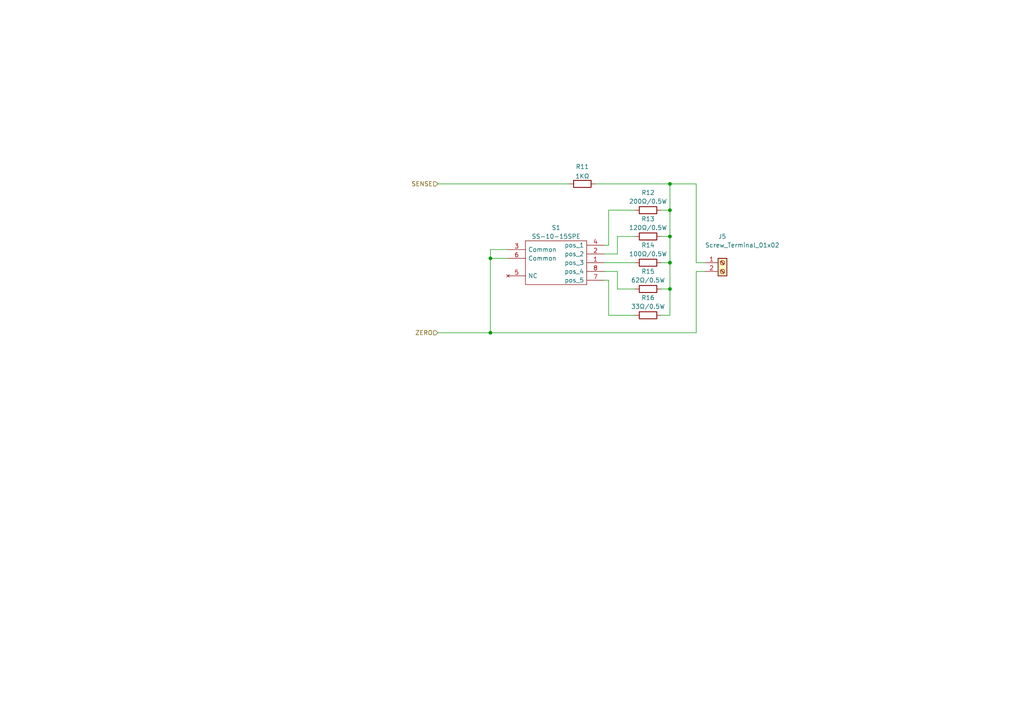
<source format=kicad_sch>
(kicad_sch (version 20211123) (generator eeschema)

  (uuid 5e1daee9-380b-4500-8f74-fe8561ac59c7)

  (paper "A4")

  (lib_symbols
    (symbol "Connector:Screw_Terminal_01x02" (pin_names (offset 1.016) hide) (in_bom yes) (on_board yes)
      (property "Reference" "J" (id 0) (at 0 2.54 0)
        (effects (font (size 1.27 1.27)))
      )
      (property "Value" "Screw_Terminal_01x02" (id 1) (at 0 -5.08 0)
        (effects (font (size 1.27 1.27)))
      )
      (property "Footprint" "" (id 2) (at 0 0 0)
        (effects (font (size 1.27 1.27)) hide)
      )
      (property "Datasheet" "~" (id 3) (at 0 0 0)
        (effects (font (size 1.27 1.27)) hide)
      )
      (property "ki_keywords" "screw terminal" (id 4) (at 0 0 0)
        (effects (font (size 1.27 1.27)) hide)
      )
      (property "ki_description" "Generic screw terminal, single row, 01x02, script generated (kicad-library-utils/schlib/autogen/connector/)" (id 5) (at 0 0 0)
        (effects (font (size 1.27 1.27)) hide)
      )
      (property "ki_fp_filters" "TerminalBlock*:*" (id 6) (at 0 0 0)
        (effects (font (size 1.27 1.27)) hide)
      )
      (symbol "Screw_Terminal_01x02_1_1"
        (rectangle (start -1.27 1.27) (end 1.27 -3.81)
          (stroke (width 0.254) (type default) (color 0 0 0 0))
          (fill (type background))
        )
        (circle (center 0 -2.54) (radius 0.635)
          (stroke (width 0.1524) (type default) (color 0 0 0 0))
          (fill (type none))
        )
        (polyline
          (pts
            (xy -0.5334 -2.2098)
            (xy 0.3302 -3.048)
          )
          (stroke (width 0.1524) (type default) (color 0 0 0 0))
          (fill (type none))
        )
        (polyline
          (pts
            (xy -0.5334 0.3302)
            (xy 0.3302 -0.508)
          )
          (stroke (width 0.1524) (type default) (color 0 0 0 0))
          (fill (type none))
        )
        (polyline
          (pts
            (xy -0.3556 -2.032)
            (xy 0.508 -2.8702)
          )
          (stroke (width 0.1524) (type default) (color 0 0 0 0))
          (fill (type none))
        )
        (polyline
          (pts
            (xy -0.3556 0.508)
            (xy 0.508 -0.3302)
          )
          (stroke (width 0.1524) (type default) (color 0 0 0 0))
          (fill (type none))
        )
        (circle (center 0 0) (radius 0.635)
          (stroke (width 0.1524) (type default) (color 0 0 0 0))
          (fill (type none))
        )
        (pin passive line (at -5.08 0 0) (length 3.81)
          (name "Pin_1" (effects (font (size 1.27 1.27))))
          (number "1" (effects (font (size 1.27 1.27))))
        )
        (pin passive line (at -5.08 -2.54 0) (length 3.81)
          (name "Pin_2" (effects (font (size 1.27 1.27))))
          (number "2" (effects (font (size 1.27 1.27))))
        )
      )
    )
    (symbol "Device:R" (pin_numbers hide) (pin_names (offset 0)) (in_bom yes) (on_board yes)
      (property "Reference" "R" (id 0) (at 2.032 0 90)
        (effects (font (size 1.27 1.27)))
      )
      (property "Value" "R" (id 1) (at 0 0 90)
        (effects (font (size 1.27 1.27)))
      )
      (property "Footprint" "" (id 2) (at -1.778 0 90)
        (effects (font (size 1.27 1.27)) hide)
      )
      (property "Datasheet" "~" (id 3) (at 0 0 0)
        (effects (font (size 1.27 1.27)) hide)
      )
      (property "ki_keywords" "R res resistor" (id 4) (at 0 0 0)
        (effects (font (size 1.27 1.27)) hide)
      )
      (property "ki_description" "Resistor" (id 5) (at 0 0 0)
        (effects (font (size 1.27 1.27)) hide)
      )
      (property "ki_fp_filters" "R_*" (id 6) (at 0 0 0)
        (effects (font (size 1.27 1.27)) hide)
      )
      (symbol "R_0_1"
        (rectangle (start -1.016 -2.54) (end 1.016 2.54)
          (stroke (width 0.254) (type default) (color 0 0 0 0))
          (fill (type none))
        )
      )
      (symbol "R_1_1"
        (pin passive line (at 0 3.81 270) (length 1.27)
          (name "~" (effects (font (size 1.27 1.27))))
          (number "1" (effects (font (size 1.27 1.27))))
        )
        (pin passive line (at 0 -3.81 90) (length 1.27)
          (name "~" (effects (font (size 1.27 1.27))))
          (number "2" (effects (font (size 1.27 1.27))))
        )
      )
    )
    (symbol "mylife-symbols:SS-10-15SPE" (pin_names (offset 0.762)) (in_bom yes) (on_board yes)
      (property "Reference" "S" (id 0) (at -1.27 10.16 0)
        (effects (font (size 1.27 1.27)) (justify left))
      )
      (property "Value" "SS-10-15SPE" (id 1) (at -6.35 7.62 0)
        (effects (font (size 1.27 1.27)) (justify left))
      )
      (property "Footprint" "SS1015SPE" (id 2) (at 24.13 2.54 0)
        (effects (font (size 1.27 1.27)) (justify left) hide)
      )
      (property "Datasheet" "https://www.nidec-copal-electronics.com/e/catalog/switch/ss-10&s-2050.pdf" (id 3) (at 24.13 0 0)
        (effects (font (size 1.27 1.27)) (justify left) hide)
      )
      (property "Description" "NIDEC COPAL ELECTRONICS - SS-10-15SPE - ROTARY SWITCH, SP5T, 0.1A, 5VDC, TH" (id 4) (at 24.13 -2.54 0)
        (effects (font (size 1.27 1.27)) (justify left) hide)
      )
      (property "Height" "7" (id 5) (at 24.13 -5.08 0)
        (effects (font (size 1.27 1.27)) (justify left) hide)
      )
      (property "Manufacturer_Name" "Copal Electronics" (id 6) (at 24.13 -7.62 0)
        (effects (font (size 1.27 1.27)) (justify left) hide)
      )
      (property "Manufacturer_Part_Number" "SS-10-15SPE" (id 7) (at 24.13 -10.16 0)
        (effects (font (size 1.27 1.27)) (justify left) hide)
      )
      (property "Mouser Part Number" "" (id 8) (at 24.13 -12.7 0)
        (effects (font (size 1.27 1.27)) (justify left) hide)
      )
      (property "Mouser Price/Stock" "" (id 9) (at 24.13 -15.24 0)
        (effects (font (size 1.27 1.27)) (justify left) hide)
      )
      (property "Arrow Part Number" "" (id 10) (at 24.13 -17.78 0)
        (effects (font (size 1.27 1.27)) (justify left) hide)
      )
      (property "Arrow Price/Stock" "" (id 11) (at 24.13 -20.32 0)
        (effects (font (size 1.27 1.27)) (justify left) hide)
      )
      (property "Mouser Testing Part Number" "" (id 12) (at 24.13 -22.86 0)
        (effects (font (size 1.27 1.27)) (justify left) hide)
      )
      (property "Mouser Testing Price/Stock" "" (id 13) (at 24.13 -25.4 0)
        (effects (font (size 1.27 1.27)) (justify left) hide)
      )
      (property "ki_description" "NIDEC COPAL ELECTRONICS - SS-10-15SPE - ROTARY SWITCH, SP5T, 0.1A, 5VDC, TH" (id 14) (at 0 0 0)
        (effects (font (size 1.27 1.27)) hide)
      )
      (symbol "SS-10-15SPE_0_0"
        (pin passive line (at 13.97 0 180) (length 5.08)
          (name "pos_3" (effects (font (size 1.27 1.27))))
          (number "1" (effects (font (size 1.27 1.27))))
        )
        (pin passive line (at 13.97 2.54 180) (length 5.08)
          (name "pos_2" (effects (font (size 1.27 1.27))))
          (number "2" (effects (font (size 1.27 1.27))))
        )
        (pin passive line (at -13.97 3.81 0) (length 5.08)
          (name "Common" (effects (font (size 1.27 1.27))))
          (number "3" (effects (font (size 1.27 1.27))))
        )
        (pin passive line (at 13.97 5.08 180) (length 5.08)
          (name "pos_1" (effects (font (size 1.27 1.27))))
          (number "4" (effects (font (size 1.27 1.27))))
        )
        (pin no_connect line (at -13.97 -3.81 0) (length 5.08)
          (name "NC" (effects (font (size 1.27 1.27))))
          (number "5" (effects (font (size 1.27 1.27))))
        )
        (pin passive line (at -13.97 1.27 0) (length 5.08)
          (name "Common" (effects (font (size 1.27 1.27))))
          (number "6" (effects (font (size 1.27 1.27))))
        )
        (pin passive line (at 13.97 -5.08 180) (length 5.08)
          (name "pos_5" (effects (font (size 1.27 1.27))))
          (number "7" (effects (font (size 1.27 1.27))))
        )
        (pin passive line (at 13.97 -2.54 180) (length 5.08)
          (name "pos_4" (effects (font (size 1.27 1.27))))
          (number "8" (effects (font (size 1.27 1.27))))
        )
      )
      (symbol "SS-10-15SPE_0_1"
        (polyline
          (pts
            (xy -8.89 6.35)
            (xy 8.89 6.35)
            (xy 8.89 -6.35)
            (xy -8.89 -6.35)
            (xy -8.89 6.35)
          )
          (stroke (width 0.1524) (type default) (color 0 0 0 0))
          (fill (type none))
        )
      )
    )
  )

  (junction (at 194.31 83.82) (diameter 0) (color 0 0 0 0)
    (uuid 0989f55e-b4dd-4c23-8ff7-032f3f3eac37)
  )
  (junction (at 194.31 68.58) (diameter 0) (color 0 0 0 0)
    (uuid 273fbfbc-d959-4125-b84c-dc2e74c0df7a)
  )
  (junction (at 194.31 53.34) (diameter 0) (color 0 0 0 0)
    (uuid 332b5faf-85b3-4076-9b11-4100c43e37a6)
  )
  (junction (at 194.31 76.2) (diameter 0) (color 0 0 0 0)
    (uuid 46faa16a-216b-4d79-9636-56b41b9e75df)
  )
  (junction (at 142.24 74.93) (diameter 0) (color 0 0 0 0)
    (uuid 66072683-8e7d-4248-b258-49c75d4b9566)
  )
  (junction (at 142.24 96.52) (diameter 0) (color 0 0 0 0)
    (uuid 879e9eb9-0b7f-426d-a3f6-b2fd1e53757f)
  )
  (junction (at 194.31 60.96) (diameter 0) (color 0 0 0 0)
    (uuid f0191684-3071-45b5-afc3-017821447ef4)
  )

  (wire (pts (xy 191.77 76.2) (xy 194.31 76.2))
    (stroke (width 0) (type default) (color 0 0 0 0))
    (uuid 00ad9c4b-4921-40e1-9621-313ba3867a75)
  )
  (wire (pts (xy 179.07 78.74) (xy 179.07 83.82))
    (stroke (width 0) (type default) (color 0 0 0 0))
    (uuid 09c3ad5f-e3a9-45bb-9b93-d2bfc92fac0b)
  )
  (wire (pts (xy 204.47 76.2) (xy 201.93 76.2))
    (stroke (width 0) (type default) (color 0 0 0 0))
    (uuid 0b553105-284a-4dae-a236-df3dae01a0cb)
  )
  (wire (pts (xy 176.53 60.96) (xy 176.53 71.12))
    (stroke (width 0) (type default) (color 0 0 0 0))
    (uuid 0ef53a09-c876-4e6c-9987-632ebfe5d765)
  )
  (wire (pts (xy 184.15 68.58) (xy 179.07 68.58))
    (stroke (width 0) (type default) (color 0 0 0 0))
    (uuid 10d937f3-e7b2-4ddd-a9d2-30abbc406b2f)
  )
  (wire (pts (xy 175.26 73.66) (xy 179.07 73.66))
    (stroke (width 0) (type default) (color 0 0 0 0))
    (uuid 23b5c077-f01b-4048-943d-f0b04d8cbe21)
  )
  (wire (pts (xy 184.15 60.96) (xy 176.53 60.96))
    (stroke (width 0) (type default) (color 0 0 0 0))
    (uuid 2fafdffe-5df2-4b1f-bc94-b0eb43f50e06)
  )
  (wire (pts (xy 194.31 91.44) (xy 194.31 83.82))
    (stroke (width 0) (type default) (color 0 0 0 0))
    (uuid 359d97a3-f9b3-4def-88cc-d67cc3d2485c)
  )
  (wire (pts (xy 194.31 76.2) (xy 194.31 83.82))
    (stroke (width 0) (type default) (color 0 0 0 0))
    (uuid 40b299bf-fc0c-44f5-981a-21fe5516c846)
  )
  (wire (pts (xy 191.77 91.44) (xy 194.31 91.44))
    (stroke (width 0) (type default) (color 0 0 0 0))
    (uuid 49d13dc3-d345-4134-8951-74370d467a49)
  )
  (wire (pts (xy 175.26 76.2) (xy 184.15 76.2))
    (stroke (width 0) (type default) (color 0 0 0 0))
    (uuid 4e818f6a-746c-4164-84a7-d2f26b384728)
  )
  (wire (pts (xy 194.31 53.34) (xy 194.31 60.96))
    (stroke (width 0) (type default) (color 0 0 0 0))
    (uuid 5713c771-d4d0-408c-a24c-2204ee4060ec)
  )
  (wire (pts (xy 176.53 91.44) (xy 184.15 91.44))
    (stroke (width 0) (type default) (color 0 0 0 0))
    (uuid 68f6b0a9-1e39-4302-ae1a-7a0483f16c5d)
  )
  (wire (pts (xy 179.07 68.58) (xy 179.07 73.66))
    (stroke (width 0) (type default) (color 0 0 0 0))
    (uuid 6c1393e7-cff5-4bc1-8d64-0c0ca69ee5ac)
  )
  (wire (pts (xy 142.24 74.93) (xy 142.24 96.52))
    (stroke (width 0) (type default) (color 0 0 0 0))
    (uuid 71152683-2198-46ee-ad9b-a2925c40cde7)
  )
  (wire (pts (xy 176.53 81.28) (xy 176.53 91.44))
    (stroke (width 0) (type default) (color 0 0 0 0))
    (uuid 74ae053b-686f-4577-8755-73a77e1b559a)
  )
  (wire (pts (xy 191.77 60.96) (xy 194.31 60.96))
    (stroke (width 0) (type default) (color 0 0 0 0))
    (uuid 7c54dde3-e2bc-413b-89ad-24ffb376614c)
  )
  (wire (pts (xy 194.31 83.82) (xy 191.77 83.82))
    (stroke (width 0) (type default) (color 0 0 0 0))
    (uuid 8160abaf-252c-4dd3-910c-34fe91c04bb0)
  )
  (wire (pts (xy 127 53.34) (xy 165.1 53.34))
    (stroke (width 0) (type default) (color 0 0 0 0))
    (uuid 91088751-0869-4160-98e1-d3f1a74285f1)
  )
  (wire (pts (xy 179.07 83.82) (xy 184.15 83.82))
    (stroke (width 0) (type default) (color 0 0 0 0))
    (uuid 99609e83-e952-4e93-a0af-afca72e1d9e3)
  )
  (wire (pts (xy 194.31 68.58) (xy 194.31 76.2))
    (stroke (width 0) (type default) (color 0 0 0 0))
    (uuid 9bc8dade-e658-4645-aa1d-714af1611bc9)
  )
  (wire (pts (xy 191.77 68.58) (xy 194.31 68.58))
    (stroke (width 0) (type default) (color 0 0 0 0))
    (uuid 9bf1ef6c-0fd2-45b3-a4b1-2e4afe129053)
  )
  (wire (pts (xy 204.47 78.74) (xy 201.93 78.74))
    (stroke (width 0) (type default) (color 0 0 0 0))
    (uuid a2da85cc-2c2e-4956-bb1e-1204b49afb6a)
  )
  (wire (pts (xy 142.24 72.39) (xy 142.24 74.93))
    (stroke (width 0) (type default) (color 0 0 0 0))
    (uuid a7236e94-0329-42b9-be93-82672d7507cb)
  )
  (wire (pts (xy 201.93 76.2) (xy 201.93 53.34))
    (stroke (width 0) (type default) (color 0 0 0 0))
    (uuid b06aaf12-f171-48c8-b0e2-f23001d9e22c)
  )
  (wire (pts (xy 175.26 81.28) (xy 176.53 81.28))
    (stroke (width 0) (type default) (color 0 0 0 0))
    (uuid b32face3-6a09-493e-a59d-ec6310cc7169)
  )
  (wire (pts (xy 175.26 71.12) (xy 176.53 71.12))
    (stroke (width 0) (type default) (color 0 0 0 0))
    (uuid b7875607-330a-4f81-b3d9-96178391cbbc)
  )
  (wire (pts (xy 142.24 72.39) (xy 147.32 72.39))
    (stroke (width 0) (type default) (color 0 0 0 0))
    (uuid b88621ad-382e-46af-8fbb-2174867d01b4)
  )
  (wire (pts (xy 142.24 96.52) (xy 201.93 96.52))
    (stroke (width 0) (type default) (color 0 0 0 0))
    (uuid bbb57f15-20ad-4b3f-8445-d6885eae2819)
  )
  (wire (pts (xy 194.31 53.34) (xy 201.93 53.34))
    (stroke (width 0) (type default) (color 0 0 0 0))
    (uuid bc70da47-93c0-4fc8-8bae-c9f40b3332f2)
  )
  (wire (pts (xy 201.93 78.74) (xy 201.93 96.52))
    (stroke (width 0) (type default) (color 0 0 0 0))
    (uuid c91adfa3-59db-41ae-8031-c0a1457a6482)
  )
  (wire (pts (xy 142.24 74.93) (xy 147.32 74.93))
    (stroke (width 0) (type default) (color 0 0 0 0))
    (uuid edb52c05-47c9-45da-9304-e2c203268f0f)
  )
  (wire (pts (xy 172.72 53.34) (xy 194.31 53.34))
    (stroke (width 0) (type default) (color 0 0 0 0))
    (uuid f3da946c-8ca1-4058-b4d3-0e755c03830d)
  )
  (wire (pts (xy 175.26 78.74) (xy 179.07 78.74))
    (stroke (width 0) (type default) (color 0 0 0 0))
    (uuid f940d149-805b-4c11-a47d-297f93b3bf1b)
  )
  (wire (pts (xy 194.31 60.96) (xy 194.31 68.58))
    (stroke (width 0) (type default) (color 0 0 0 0))
    (uuid fdcec003-ded1-4ce5-a867-c92acd65c664)
  )
  (wire (pts (xy 127 96.52) (xy 142.24 96.52))
    (stroke (width 0) (type default) (color 0 0 0 0))
    (uuid ff6221e4-9669-4007-b69d-3861d7d6cdf6)
  )

  (hierarchical_label "ZERO" (shape input) (at 127 96.52 180)
    (effects (font (size 1.27 1.27)) (justify right))
    (uuid 42a939cf-50d8-4288-84b4-65e32aa0027d)
  )
  (hierarchical_label "SENSE" (shape input) (at 127 53.34 180)
    (effects (font (size 1.27 1.27)) (justify right))
    (uuid f3f606c4-fb4e-4e75-8caf-347eaaa3f5c3)
  )

  (symbol (lib_id "Device:R") (at 187.96 68.58 270)
    (in_bom yes) (on_board yes)
    (uuid 23aa9981-8f7c-41cd-bff0-2c4916f0c5d6)
    (property "Reference" "R13" (id 0) (at 187.96 63.5 90))
    (property "Value" "120Ω/0.5W" (id 1) (at 187.96 66.04 90))
    (property "Footprint" "Resistor_SMD:R_0805_2012Metric" (id 2) (at 187.96 66.802 90)
      (effects (font (size 1.27 1.27)) hide)
    )
    (property "Datasheet" "https://datasheet.lcsc.com/lcsc/2005182016_PANASONIC-ERJP06F1200V_C543533.pdf" (id 3) (at 187.96 68.58 0)
      (effects (font (size 1.27 1.27)) hide)
    )
    (property "LCSC" "C543533" (id 4) (at 187.96 68.58 0)
      (effects (font (size 1.27 1.27)) hide)
    )
    (pin "1" (uuid 538f6011-4342-45ce-a303-25ec826ff7d3))
    (pin "2" (uuid 2b02489e-f184-4bbf-b000-4452b895cd9d))
  )

  (symbol (lib_id "Device:R") (at 187.96 83.82 270)
    (in_bom yes) (on_board yes)
    (uuid 24571be1-1cbd-4184-93fe-0f444cacea69)
    (property "Reference" "R15" (id 0) (at 187.96 78.74 90))
    (property "Value" "62Ω/0.5W" (id 1) (at 187.96 81.28 90))
    (property "Footprint" "Resistor_SMD:R_0805_2012Metric" (id 2) (at 187.96 82.042 90)
      (effects (font (size 1.27 1.27)) hide)
    )
    (property "Datasheet" "https://datasheet.lcsc.com/lcsc/2007231205_UNI-ROYAL-Uniroyal-Elec-AS05W2J0620T5E_C560547.pdf" (id 3) (at 187.96 83.82 0)
      (effects (font (size 1.27 1.27)) hide)
    )
    (property "LCSC" "C560547" (id 4) (at 187.96 83.82 0)
      (effects (font (size 1.27 1.27)) hide)
    )
    (pin "1" (uuid f43b072f-c70c-4e06-bdaa-4ecff48779b6))
    (pin "2" (uuid 56b303fe-80ed-4d76-9871-6884b9d7d496))
  )

  (symbol (lib_id "Device:R") (at 168.91 53.34 90)
    (in_bom yes) (on_board yes) (fields_autoplaced)
    (uuid 62d78ce3-70af-465b-96ea-c9c3bb91f9a9)
    (property "Reference" "R11" (id 0) (at 168.91 48.3575 90))
    (property "Value" "1KΩ" (id 1) (at 168.91 51.1326 90))
    (property "Footprint" "Resistor_SMD:R_0603_1608Metric" (id 2) (at 168.91 55.118 90)
      (effects (font (size 1.27 1.27)) hide)
    )
    (property "Datasheet" "https://datasheet.lcsc.com/lcsc/2206010130_UNI-ROYAL-Uniroyal-Elec-0603WAF1001T5E_C21190.pdf" (id 3) (at 168.91 53.34 0)
      (effects (font (size 1.27 1.27)) hide)
    )
    (property "LCSC" "C21190" (id 4) (at 168.91 53.34 0)
      (effects (font (size 1.27 1.27)) hide)
    )
    (pin "1" (uuid ed232167-65af-42c1-875a-a044220735e5))
    (pin "2" (uuid 908dfb39-b10c-4894-9eef-eb71df06f0fe))
  )

  (symbol (lib_id "Connector:Screw_Terminal_01x02") (at 209.55 76.2 0)
    (in_bom yes) (on_board yes)
    (uuid 73f404dd-57e9-4ab3-9c4f-c92cfa5981fb)
    (property "Reference" "J5" (id 0) (at 208.28 68.58 0)
      (effects (font (size 1.27 1.27)) (justify left))
    )
    (property "Value" "Screw_Terminal_01x02" (id 1) (at 204.47 71.12 0)
      (effects (font (size 1.27 1.27)) (justify left))
    )
    (property "Footprint" "mylife-footprints:RS PRO Terminal Small x2" (id 2) (at 209.55 76.2 0)
      (effects (font (size 1.27 1.27)) hide)
    )
    (property "Datasheet" "https://docs.rs-online.com/90f4/0900766b8157c7e9.pdf" (id 3) (at 209.55 76.2 0)
      (effects (font (size 1.27 1.27)) hide)
    )
    (pin "1" (uuid a10058ce-d010-486e-8510-4c9519994281))
    (pin "2" (uuid 87d7b57e-35bc-400d-8c1b-47a03bf83b27))
  )

  (symbol (lib_id "Device:R") (at 187.96 60.96 270)
    (in_bom yes) (on_board yes)
    (uuid a7017744-e9d6-433d-9485-7b87c45b1333)
    (property "Reference" "R12" (id 0) (at 187.96 55.88 90))
    (property "Value" "200Ω/0.5W" (id 1) (at 187.96 58.42 90))
    (property "Footprint" "Resistor_SMD:R_0805_2012Metric" (id 2) (at 187.96 59.182 90)
      (effects (font (size 1.27 1.27)) hide)
    )
    (property "Datasheet" "https://datasheet.lcsc.com/lcsc/2007231205_UNI-ROYAL-Uniroyal-Elec-AS05W2J0201T5E_C560506.pdf" (id 3) (at 187.96 60.96 0)
      (effects (font (size 1.27 1.27)) hide)
    )
    (property "LCSC" "C560506" (id 4) (at 187.96 60.96 0)
      (effects (font (size 1.27 1.27)) hide)
    )
    (pin "1" (uuid 20257aac-da99-490d-86fe-e63b41651d89))
    (pin "2" (uuid 070a293a-457a-4c00-a5d7-abac0ed55bd4))
  )

  (symbol (lib_id "mylife-symbols:SS-10-15SPE") (at 161.29 76.2 0)
    (in_bom yes) (on_board yes)
    (uuid acb1c056-072a-408a-bb22-d9eadd732c4c)
    (property "Reference" "S1" (id 0) (at 161.29 66.04 0))
    (property "Value" "SS-10-15SPE" (id 1) (at 161.29 68.58 0))
    (property "Footprint" "mylife-footprints:RS PRO SS-10-15SPE" (id 2) (at 185.42 73.66 0)
      (effects (font (size 1.27 1.27)) (justify left) hide)
    )
    (property "Datasheet" "https://www.nidec-copal-electronics.com/e/catalog/switch/ss-10&s-2050.pdf" (id 3) (at 185.42 76.2 0)
      (effects (font (size 1.27 1.27)) (justify left) hide)
    )
    (property "Description" "NIDEC COPAL ELECTRONICS - SS-10-15SPE - ROTARY SWITCH, SP5T, 0.1A, 5VDC, TH" (id 4) (at 185.42 78.74 0)
      (effects (font (size 1.27 1.27)) (justify left) hide)
    )
    (property "Height" "7" (id 5) (at 185.42 81.28 0)
      (effects (font (size 1.27 1.27)) (justify left) hide)
    )
    (property "Manufacturer_Name" "Copal Electronics" (id 6) (at 185.42 83.82 0)
      (effects (font (size 1.27 1.27)) (justify left) hide)
    )
    (property "Manufacturer_Part_Number" "SS-10-15SPE" (id 7) (at 185.42 86.36 0)
      (effects (font (size 1.27 1.27)) (justify left) hide)
    )
    (property "Mouser Part Number" "" (id 8) (at 185.42 88.9 0)
      (effects (font (size 1.27 1.27)) (justify left) hide)
    )
    (property "Mouser Price/Stock" "" (id 9) (at 185.42 91.44 0)
      (effects (font (size 1.27 1.27)) (justify left) hide)
    )
    (property "Arrow Part Number" "" (id 10) (at 185.42 93.98 0)
      (effects (font (size 1.27 1.27)) (justify left) hide)
    )
    (property "Arrow Price/Stock" "" (id 11) (at 185.42 96.52 0)
      (effects (font (size 1.27 1.27)) (justify left) hide)
    )
    (property "Mouser Testing Part Number" "" (id 12) (at 185.42 99.06 0)
      (effects (font (size 1.27 1.27)) (justify left) hide)
    )
    (property "Mouser Testing Price/Stock" "" (id 13) (at 185.42 101.6 0)
      (effects (font (size 1.27 1.27)) (justify left) hide)
    )
    (pin "1" (uuid afc5f493-e4c7-4a7e-91ca-7829b912a44e))
    (pin "2" (uuid d2a51ab8-87f6-45a5-af73-2506f338456e))
    (pin "3" (uuid a3d0b657-8288-4493-8b1a-0f7c5cf670c8))
    (pin "4" (uuid d3b1c7fb-5b6a-4d1a-ae00-258881737cf3))
    (pin "5" (uuid 69b756a3-12a8-42b0-8021-0e5a4af9ef03))
    (pin "6" (uuid 2fd3affb-2e75-45fa-9d9f-59210bdb084d))
    (pin "7" (uuid 26ba2f46-130d-4a69-ac1f-d3ba99b6ab50))
    (pin "8" (uuid aa706075-04f2-4da4-98e5-d7d88cd7820f))
  )

  (symbol (lib_id "Device:R") (at 187.96 91.44 270)
    (in_bom yes) (on_board yes)
    (uuid b5cdc391-3f2b-4bf0-8dd2-b19d42568b02)
    (property "Reference" "R16" (id 0) (at 187.96 86.36 90))
    (property "Value" "33Ω/0.5W" (id 1) (at 187.96 88.9 90))
    (property "Footprint" "Resistor_SMD:R_0805_2012Metric" (id 2) (at 187.96 89.662 90)
      (effects (font (size 1.27 1.27)) hide)
    )
    (property "Datasheet" "https://datasheet.lcsc.com/lcsc/2007231205_UNI-ROYAL-Uniroyal-Elec-AS05W2J0330T5E_C560522.pdf" (id 3) (at 187.96 91.44 0)
      (effects (font (size 1.27 1.27)) hide)
    )
    (property "LCSC" "C560522" (id 4) (at 187.96 91.44 0)
      (effects (font (size 1.27 1.27)) hide)
    )
    (pin "1" (uuid 554057a4-bd96-4eed-bb69-a9078566b895))
    (pin "2" (uuid 841f5031-e325-42c1-b00e-24b2e7ad2bbc))
  )

  (symbol (lib_id "Device:R") (at 187.96 76.2 270)
    (in_bom yes) (on_board yes)
    (uuid c0a49e74-8ad3-4d94-9412-b784e5b65b2f)
    (property "Reference" "R14" (id 0) (at 187.96 71.12 90))
    (property "Value" "100Ω/0.5W" (id 1) (at 187.96 73.66 90))
    (property "Footprint" "Resistor_SMD:R_0805_2012Metric" (id 2) (at 187.96 74.422 90)
      (effects (font (size 1.27 1.27)) hide)
    )
    (property "Datasheet" "https://datasheet.lcsc.com/lcsc/1912111437_PANASONIC-ERJP06J101V_C417003.pdf" (id 3) (at 187.96 76.2 0)
      (effects (font (size 1.27 1.27)) hide)
    )
    (property "LCSC" "C417003" (id 4) (at 187.96 76.2 0)
      (effects (font (size 1.27 1.27)) hide)
    )
    (pin "1" (uuid 21d631be-ea5d-4bb1-afd3-28316a8f3b54))
    (pin "2" (uuid 018d0568-fbe3-4204-a089-ae6c980af8f0))
  )
)

</source>
